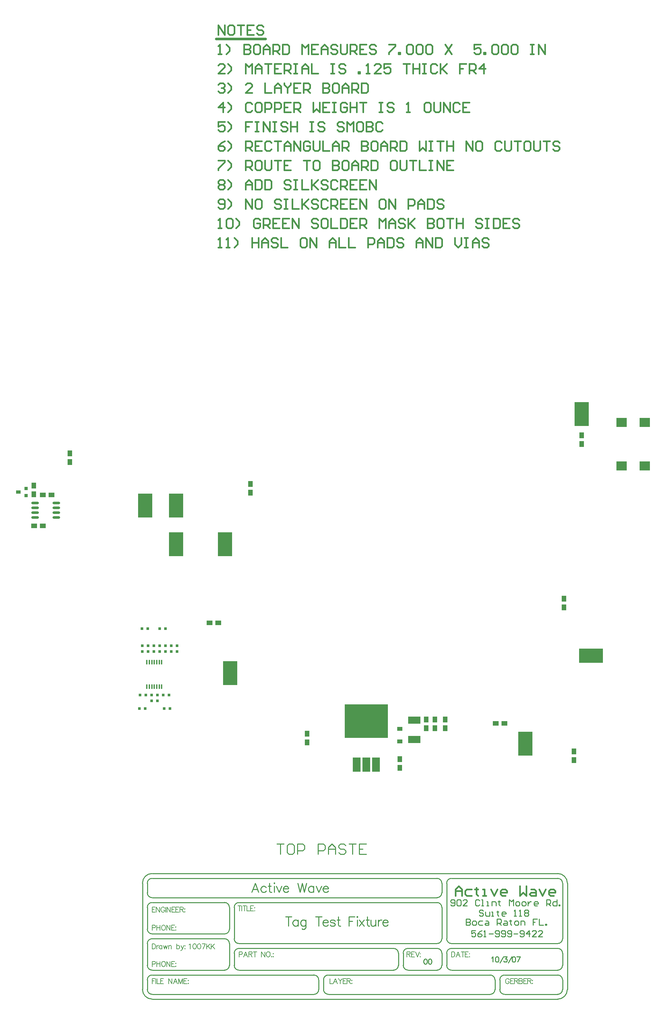
<source format=gtp>
%FSLAX24Y24*%
%MOIN*%
G70*
G01*
G75*
G04 Layer_Color=8421504*
%ADD10R,0.2500X0.1500*%
%ADD11R,0.0500X0.0600*%
%ADD12R,0.1500X0.2500*%
%ADD13R,0.0600X0.0500*%
%ADD14R,0.0300X0.0300*%
%ADD15R,0.0300X0.0300*%
%ADD16O,0.0157X0.0472*%
%ADD17O,0.0800X0.0240*%
%ADD18R,0.0360X0.0360*%
%ADD19R,0.0500X0.0360*%
%ADD20R,0.1102X0.0965*%
%ADD21R,0.0550X0.0400*%
%ADD22R,0.1250X0.0750*%
%ADD23R,0.0820X0.1500*%
%ADD24R,0.4500X0.3500*%
%ADD25C,0.0080*%
%ADD26C,0.0200*%
%ADD27C,0.0250*%
%ADD28C,0.0500*%
%ADD29C,0.0350*%
%ADD30C,0.0100*%
%ADD31C,0.0400*%
%ADD32C,0.0300*%
%ADD33C,0.0780*%
%ADD34C,0.0150*%
%ADD35C,0.1080*%
%ADD36C,0.0090*%
%ADD37C,0.0050*%
%ADD38C,0.1100*%
%ADD39C,0.1000*%
%ADD40C,0.1600*%
%ADD41O,0.0830X0.1100*%
%ADD42C,0.1500*%
%ADD43C,0.0620*%
%ADD44R,0.2500X0.1500*%
%ADD45C,0.1800*%
%ADD46R,0.0620X0.0620*%
%ADD47C,0.0600*%
%ADD48R,0.0620X0.0620*%
%ADD49C,0.0669*%
%ADD50C,0.0630*%
%ADD51C,0.3250*%
%ADD52C,0.1000*%
%ADD53C,0.0120*%
D10*
X35000Y2600D02*
D03*
D11*
X19900Y-4900D02*
D03*
Y-4000D02*
D03*
X18850D02*
D03*
Y-4900D02*
D03*
X17950Y-4000D02*
D03*
Y-4900D02*
D03*
X15200Y-9000D02*
D03*
Y-8100D02*
D03*
X-18950Y22650D02*
D03*
Y23550D02*
D03*
X33250Y-8200D02*
D03*
Y-7300D02*
D03*
X5600Y-5450D02*
D03*
Y-6350D02*
D03*
X-270Y20380D02*
D03*
Y19480D02*
D03*
X-22700Y19300D02*
D03*
Y20200D02*
D03*
X32200Y7600D02*
D03*
Y8500D02*
D03*
X34050Y25400D02*
D03*
Y24500D02*
D03*
D12*
X28200Y-6500D02*
D03*
X-11160Y18150D02*
D03*
X-2350Y800D02*
D03*
X-7950Y18150D02*
D03*
X-2900Y14150D02*
D03*
X-7950D02*
D03*
X34050Y27600D02*
D03*
D13*
X26050Y-4400D02*
D03*
X25150D02*
D03*
X-21750Y19250D02*
D03*
X-20850D02*
D03*
X-22650Y16050D02*
D03*
X-21750D02*
D03*
X-3600Y6000D02*
D03*
X-4500D02*
D03*
D14*
X-8600Y-2850D02*
D03*
X-9200D02*
D03*
X-8700Y-1450D02*
D03*
X-11700D02*
D03*
X-10900Y5400D02*
D03*
X-11500D02*
D03*
X-9300Y-1450D02*
D03*
X-11100D02*
D03*
X-11750Y-2850D02*
D03*
X-11150D02*
D03*
X-9050Y5400D02*
D03*
X-9650D02*
D03*
D15*
Y3650D02*
D03*
X-10850D02*
D03*
X-9650Y3050D02*
D03*
X-10850D02*
D03*
X-11450Y3650D02*
D03*
Y3050D02*
D03*
X-9900Y-2050D02*
D03*
Y-1450D02*
D03*
X-10500Y-2050D02*
D03*
Y-1450D02*
D03*
X-9050Y3650D02*
D03*
Y3050D02*
D03*
X-10250D02*
D03*
Y3650D02*
D03*
X-8450D02*
D03*
Y3050D02*
D03*
X-7850D02*
D03*
Y3650D02*
D03*
D16*
X-9450Y-570D02*
D03*
X-9706D02*
D03*
X-9962D02*
D03*
X-10474D02*
D03*
X-10730D02*
D03*
X-10985D02*
D03*
Y1950D02*
D03*
X-10730D02*
D03*
X-10474D02*
D03*
X-10218D02*
D03*
X-9962D02*
D03*
X-9706D02*
D03*
X-9450D02*
D03*
X-10218Y-570D02*
D03*
D17*
X-22550Y16900D02*
D03*
Y17400D02*
D03*
Y17900D02*
D03*
Y18400D02*
D03*
X-20350D02*
D03*
Y17900D02*
D03*
Y17400D02*
D03*
Y16900D02*
D03*
D18*
X-23500Y19925D02*
D03*
Y19175D02*
D03*
D19*
X-24300Y19555D02*
D03*
D20*
X40581Y22256D02*
D03*
X38180D02*
D03*
X40581Y26744D02*
D03*
X38180D02*
D03*
D21*
X15200Y-4950D02*
D03*
Y-6250D02*
D03*
D22*
X16700Y-4050D02*
D03*
Y-6050D02*
D03*
D23*
X11750Y-8650D02*
D03*
X10750D02*
D03*
X12750D02*
D03*
D24*
X11750Y-4150D02*
D03*
D25*
X-6611Y-27291D02*
X-6560Y-27265D01*
X-6484Y-27189D01*
Y-27722D01*
X-6068Y-27189D02*
X-6144Y-27215D01*
X-6195Y-27291D01*
X-6220Y-27418D01*
Y-27494D01*
X-6195Y-27621D01*
X-6144Y-27697D01*
X-6068Y-27722D01*
X-6017D01*
X-5941Y-27697D01*
X-5890Y-27621D01*
X-5865Y-27494D01*
Y-27418D01*
X-5890Y-27291D01*
X-5941Y-27215D01*
X-6017Y-27189D01*
X-6068D01*
X-5593D02*
X-5669Y-27215D01*
X-5720Y-27291D01*
X-5745Y-27418D01*
Y-27494D01*
X-5720Y-27621D01*
X-5669Y-27697D01*
X-5593Y-27722D01*
X-5542D01*
X-5466Y-27697D01*
X-5415Y-27621D01*
X-5390Y-27494D01*
Y-27418D01*
X-5415Y-27291D01*
X-5466Y-27215D01*
X-5542Y-27189D01*
X-5593D01*
X-4915D02*
X-5169Y-27722D01*
X-5270Y-27189D02*
X-4915D01*
X-4796D02*
Y-27722D01*
X-4440Y-27189D02*
X-4796Y-27545D01*
X-4669Y-27418D02*
X-4440Y-27722D01*
X-4321Y-27189D02*
Y-27722D01*
X-3965Y-27189D02*
X-4321Y-27545D01*
X-4194Y-27418D02*
X-3965Y-27722D01*
D27*
X-3794Y66405D02*
X1306D01*
D30*
X2487Y-16847D02*
X3198D01*
X2842D01*
Y-17913D01*
X4086Y-16847D02*
X3731D01*
X3553Y-17024D01*
Y-17735D01*
X3731Y-17913D01*
X4086D01*
X4264Y-17735D01*
Y-17024D01*
X4086Y-16847D01*
X4620Y-17913D02*
Y-16847D01*
X5153D01*
X5330Y-17024D01*
Y-17380D01*
X5153Y-17558D01*
X4620D01*
X6752Y-17913D02*
Y-16847D01*
X7285D01*
X7463Y-17024D01*
Y-17380D01*
X7285Y-17558D01*
X6752D01*
X7819Y-17913D02*
Y-17202D01*
X8174Y-16847D01*
X8529Y-17202D01*
Y-17913D01*
Y-17380D01*
X7819D01*
X9596Y-17024D02*
X9418Y-16847D01*
X9063D01*
X8885Y-17024D01*
Y-17202D01*
X9063Y-17380D01*
X9418D01*
X9596Y-17558D01*
Y-17735D01*
X9418Y-17913D01*
X9063D01*
X8885Y-17735D01*
X9951Y-16847D02*
X10662D01*
X10307D01*
Y-17913D01*
X11728Y-16847D02*
X11017D01*
Y-17913D01*
X11728D01*
X11017Y-17380D02*
X11373D01*
X6809Y-30912D02*
G03*
X6309Y-30412I-500J0D01*
G01*
X6321Y-32412D02*
G03*
X6809Y-31915I8J480D01*
G01*
X7809Y-30412D02*
G03*
X7309Y-30912I0J-500D01*
G01*
Y-31912D02*
G03*
X7800Y-32412I500J0D01*
G01*
X25059Y-30912D02*
G03*
X24559Y-30412I-500J0D01*
G01*
X24571Y-32412D02*
G03*
X25059Y-31915I8J480D01*
G01*
X25559Y-31922D02*
G03*
X26058Y-32412I490J0D01*
G01*
X26059Y-30412D02*
G03*
X25559Y-30912I0J-500D01*
G01*
X-2441Y-23402D02*
G03*
X-2931Y-22912I-490J0D01*
G01*
X-2921Y-26162D02*
G03*
X-2441Y-25682I0J480D01*
G01*
Y-27152D02*
G03*
X-2948Y-26662I-490J0D01*
G01*
X-1941Y-26672D02*
G03*
X-1451Y-27162I490J0D01*
G01*
X-1941Y-29422D02*
G03*
X-1451Y-29912I490J0D01*
G01*
X-2931D02*
G03*
X-2441Y-29422I0J490D01*
G01*
X15059Y-28152D02*
G03*
X14569Y-27662I-490J0D01*
G01*
Y-29912D02*
G03*
X15059Y-29413I0J490D01*
G01*
X15559Y-29402D02*
G03*
X16060Y-29912I510J0D01*
G01*
X16039Y-27662D02*
G03*
X15560Y-28167I0J-480D01*
G01*
X-1441Y-27662D02*
G03*
X-1941Y-28162I0J-500D01*
G01*
X-1441Y-22912D02*
G03*
X-1941Y-23412I0J-500D01*
G01*
X-10941Y-29412D02*
G03*
X-10450Y-29912I500J0D01*
G01*
X-10441Y-26662D02*
G03*
X-10941Y-27162I0J-500D01*
G01*
Y-25662D02*
G03*
X-10441Y-26162I500J0D01*
G01*
Y-22912D02*
G03*
X-10941Y-23412I0J-500D01*
G01*
Y-21912D02*
G03*
X-10441Y-22412I500J0D01*
G01*
Y-20412D02*
G03*
X-10941Y-20912I0J-500D01*
G01*
X19559D02*
G03*
X19059Y-20412I-500J0D01*
G01*
X20559D02*
G03*
X20059Y-20912I0J-500D01*
G01*
X19059Y-22412D02*
G03*
X19559Y-21912I0J500D01*
G01*
Y-23412D02*
G03*
X19059Y-22912I-500J0D01*
G01*
X-10441Y-30412D02*
G03*
X-10941Y-30912I0J-500D01*
G01*
X19068Y-27162D02*
G03*
X19559Y-26662I-9J500D01*
G01*
X-10941Y-31912D02*
G03*
X-10450Y-32412I500J0D01*
G01*
X19559Y-28152D02*
G03*
X19069Y-27662I-490J0D01*
G01*
X20059Y-29422D02*
G03*
X20558Y-29912I490J0D01*
G01*
X19059Y-29912D02*
G03*
X19559Y-29412I0J500D01*
G01*
X31559Y-32412D02*
G03*
X32059Y-31912I0J500D01*
G01*
X32059Y-30903D02*
G03*
X31559Y-30412I-500J-9D01*
G01*
Y-29912D02*
G03*
X32059Y-29412I0J500D01*
G01*
Y-20902D02*
G03*
X31552Y-20412I-490J0D01*
G01*
X32559Y-20912D02*
G03*
X31559Y-19912I-1000J0D01*
G01*
Y-32912D02*
G03*
X32559Y-31912I0J1000D01*
G01*
X-11441Y-31902D02*
G03*
X-10448Y-32912I1010J0D01*
G01*
X-10441Y-19912D02*
G03*
X-11441Y-20912I0J-1000D01*
G01*
X20059Y-26662D02*
G03*
X20559Y-27162I500J0D01*
G01*
X31559D02*
G03*
X32059Y-26662I0J500D01*
G01*
X20559Y-27662D02*
G03*
X20059Y-28162I0J-500D01*
G01*
X32059Y-28152D02*
G03*
X31569Y-27662I-490J0D01*
G01*
X7809Y-32412D02*
X24559D01*
X-10441D02*
X6309D01*
X-10441Y-30412D02*
X6309D01*
X7809D02*
X24559D01*
X26059Y-32412D02*
X31559D01*
X26059Y-30412D02*
X31559D01*
X-10441Y-20412D02*
X19059D01*
X-10441Y-32912D02*
X31559D01*
X-10441Y-19912D02*
X31559D01*
X-10441Y-29912D02*
X-2941D01*
X-10441Y-26662D02*
X-2941D01*
X-10441Y-26162D02*
X-2941D01*
X-10441Y-22912D02*
X-2941D01*
X-10441Y-22412D02*
X19059D01*
X-1441Y-22912D02*
X19059D01*
X-1441Y-27662D02*
X14559D01*
X-1441Y-29912D02*
X14559D01*
X16059D02*
X19059D01*
X16059Y-27662D02*
X19059D01*
X20559Y-29912D02*
X31559D01*
X20559Y-20412D02*
X31559D01*
X-1441Y-27162D02*
X19059D01*
X20559D02*
X31559D01*
X20559Y-27662D02*
X31559D01*
X6809Y-31912D02*
Y-30912D01*
X7309Y-31912D02*
Y-30912D01*
X25059Y-31912D02*
Y-30912D01*
X25559Y-31912D02*
Y-30912D01*
X32559Y-31912D02*
Y-20912D01*
X-10941Y-29412D02*
Y-27162D01*
X-2441Y-29412D02*
Y-27162D01*
X-10941Y-25662D02*
Y-23412D01*
X-2441Y-25662D02*
Y-23412D01*
X-10941Y-21912D02*
Y-20912D01*
X19559Y-21912D02*
Y-20912D01*
Y-26662D02*
Y-23412D01*
X-1941Y-26662D02*
Y-23412D01*
X15059Y-29412D02*
Y-28162D01*
X-1941Y-29412D02*
Y-28162D01*
X15559Y-29412D02*
Y-28162D01*
X19559Y-29412D02*
Y-28162D01*
X32059Y-31912D02*
Y-30912D01*
X-10941Y-31912D02*
Y-30912D01*
X-11441Y-31912D02*
Y-20912D01*
X20059Y-26662D02*
Y-20912D01*
X32059Y-26662D02*
Y-20912D01*
X20059Y-29412D02*
Y-28162D01*
X32059Y-29412D02*
Y-28152D01*
X22075Y-24619D02*
Y-25259D01*
X22395D01*
X22502Y-25152D01*
Y-25046D01*
X22395Y-24939D01*
X22075D01*
X22395D01*
X22502Y-24832D01*
Y-24726D01*
X22395Y-24619D01*
X22075D01*
X22822Y-25259D02*
X23035D01*
X23142Y-25152D01*
Y-24939D01*
X23035Y-24832D01*
X22822D01*
X22715Y-24939D01*
Y-25152D01*
X22822Y-25259D01*
X23781Y-24832D02*
X23461D01*
X23355Y-24939D01*
Y-25152D01*
X23461Y-25259D01*
X23781D01*
X24101Y-24832D02*
X24314D01*
X24421Y-24939D01*
Y-25259D01*
X24101D01*
X23995Y-25152D01*
X24101Y-25046D01*
X24421D01*
X25274Y-25259D02*
Y-24619D01*
X25594D01*
X25701Y-24726D01*
Y-24939D01*
X25594Y-25046D01*
X25274D01*
X25487D02*
X25701Y-25259D01*
X26021Y-24832D02*
X26234D01*
X26341Y-24939D01*
Y-25259D01*
X26021D01*
X25914Y-25152D01*
X26021Y-25046D01*
X26341D01*
X26660Y-24726D02*
Y-24832D01*
X26554D01*
X26767D01*
X26660D01*
Y-25152D01*
X26767Y-25259D01*
X27194D02*
X27407D01*
X27513Y-25152D01*
Y-24939D01*
X27407Y-24832D01*
X27194D01*
X27087Y-24939D01*
Y-25152D01*
X27194Y-25259D01*
X27727D02*
Y-24832D01*
X28047D01*
X28153Y-24939D01*
Y-25259D01*
X29433Y-24619D02*
X29006D01*
Y-24939D01*
X29220D01*
X29006D01*
Y-25259D01*
X29646Y-24619D02*
Y-25259D01*
X30073D01*
X30286D02*
Y-25152D01*
X30393D01*
Y-25259D01*
X30286D01*
X20475Y-23152D02*
X20582Y-23259D01*
X20795D01*
X20902Y-23152D01*
Y-22726D01*
X20795Y-22619D01*
X20582D01*
X20475Y-22726D01*
Y-22832D01*
X20582Y-22939D01*
X20902D01*
X21115Y-22726D02*
X21222Y-22619D01*
X21435D01*
X21542Y-22726D01*
Y-23152D01*
X21435Y-23259D01*
X21222D01*
X21115Y-23152D01*
Y-22726D01*
X22181Y-23259D02*
X21755D01*
X22181Y-22832D01*
Y-22726D01*
X22075Y-22619D01*
X21861D01*
X21755Y-22726D01*
X23461D02*
X23354Y-22619D01*
X23141D01*
X23034Y-22726D01*
Y-23152D01*
X23141Y-23259D01*
X23354D01*
X23461Y-23152D01*
X23674Y-23259D02*
X23887D01*
X23781D01*
Y-22619D01*
X23674D01*
X24207Y-23259D02*
X24421D01*
X24314D01*
Y-22832D01*
X24207D01*
X24741Y-23259D02*
Y-22832D01*
X25060D01*
X25167Y-22939D01*
Y-23259D01*
X25487Y-22726D02*
Y-22832D01*
X25380D01*
X25594D01*
X25487D01*
Y-23152D01*
X25594Y-23259D01*
X26553D02*
Y-22619D01*
X26767Y-22832D01*
X26980Y-22619D01*
Y-23259D01*
X27300D02*
X27513D01*
X27620Y-23152D01*
Y-22939D01*
X27513Y-22832D01*
X27300D01*
X27193Y-22939D01*
Y-23152D01*
X27300Y-23259D01*
X27939D02*
X28153D01*
X28259Y-23152D01*
Y-22939D01*
X28153Y-22832D01*
X27939D01*
X27833Y-22939D01*
Y-23152D01*
X27939Y-23259D01*
X28473Y-22832D02*
Y-23259D01*
Y-23046D01*
X28579Y-22939D01*
X28686Y-22832D01*
X28793D01*
X29432Y-23259D02*
X29219D01*
X29112Y-23152D01*
Y-22939D01*
X29219Y-22832D01*
X29432D01*
X29539Y-22939D01*
Y-23046D01*
X29112D01*
X30392Y-23259D02*
Y-22619D01*
X30712D01*
X30819Y-22726D01*
Y-22939D01*
X30712Y-23046D01*
X30392D01*
X30605D02*
X30819Y-23259D01*
X31458Y-22619D02*
Y-23259D01*
X31138D01*
X31032Y-23152D01*
Y-22939D01*
X31138Y-22832D01*
X31458D01*
X31672Y-23259D02*
Y-23152D01*
X31778D01*
Y-23259D01*
X31672D01*
X23052Y-25819D02*
X22625D01*
Y-26139D01*
X22838Y-26032D01*
X22945D01*
X23052Y-26139D01*
Y-26352D01*
X22945Y-26459D01*
X22732D01*
X22625Y-26352D01*
X23692Y-25819D02*
X23478Y-25926D01*
X23265Y-26139D01*
Y-26352D01*
X23372Y-26459D01*
X23585D01*
X23692Y-26352D01*
Y-26246D01*
X23585Y-26139D01*
X23265D01*
X23905Y-26459D02*
X24118D01*
X24011D01*
Y-25819D01*
X23905Y-25926D01*
X24438Y-26139D02*
X24864D01*
X25078Y-26352D02*
X25184Y-26459D01*
X25398D01*
X25504Y-26352D01*
Y-25926D01*
X25398Y-25819D01*
X25184D01*
X25078Y-25926D01*
Y-26032D01*
X25184Y-26139D01*
X25504D01*
X25718Y-26352D02*
X25824Y-26459D01*
X26037D01*
X26144Y-26352D01*
Y-25926D01*
X26037Y-25819D01*
X25824D01*
X25718Y-25926D01*
Y-26032D01*
X25824Y-26139D01*
X26144D01*
X26357Y-26352D02*
X26464Y-26459D01*
X26677D01*
X26784Y-26352D01*
Y-25926D01*
X26677Y-25819D01*
X26464D01*
X26357Y-25926D01*
Y-26032D01*
X26464Y-26139D01*
X26784D01*
X26997D02*
X27424D01*
X27637Y-26352D02*
X27744Y-26459D01*
X27957D01*
X28063Y-26352D01*
Y-25926D01*
X27957Y-25819D01*
X27744D01*
X27637Y-25926D01*
Y-26032D01*
X27744Y-26139D01*
X28063D01*
X28597Y-26459D02*
Y-25819D01*
X28277Y-26139D01*
X28703D01*
X29343Y-26459D02*
X28917D01*
X29343Y-26032D01*
Y-25926D01*
X29236Y-25819D01*
X29023D01*
X28917Y-25926D01*
X29983Y-26459D02*
X29556D01*
X29983Y-26032D01*
Y-25926D01*
X29876Y-25819D01*
X29663D01*
X29556Y-25926D01*
X23852Y-23776D02*
X23745Y-23669D01*
X23532D01*
X23425Y-23776D01*
Y-23882D01*
X23532Y-23989D01*
X23745D01*
X23852Y-24096D01*
Y-24202D01*
X23745Y-24309D01*
X23532D01*
X23425Y-24202D01*
X24065Y-23882D02*
Y-24202D01*
X24172Y-24309D01*
X24492D01*
Y-23882D01*
X24705Y-24309D02*
X24918D01*
X24811D01*
Y-23882D01*
X24705D01*
X25345Y-23776D02*
Y-23882D01*
X25238D01*
X25451D01*
X25345D01*
Y-24202D01*
X25451Y-24309D01*
X26091D02*
X25878D01*
X25771Y-24202D01*
Y-23989D01*
X25878Y-23882D01*
X26091D01*
X26198Y-23989D01*
Y-24096D01*
X25771D01*
X27051Y-24309D02*
X27264D01*
X27157D01*
Y-23669D01*
X27051Y-23776D01*
X27584Y-24309D02*
X27797D01*
X27691D01*
Y-23669D01*
X27584Y-23776D01*
X28117D02*
X28224Y-23669D01*
X28437D01*
X28544Y-23776D01*
Y-23882D01*
X28437Y-23989D01*
X28544Y-24096D01*
Y-24202D01*
X28437Y-24309D01*
X28224D01*
X28117Y-24202D01*
Y-24096D01*
X28224Y-23989D01*
X28117Y-23882D01*
Y-23776D01*
X28224Y-23989D02*
X28437D01*
D34*
X20975Y-22209D02*
Y-21543D01*
X21308Y-21209D01*
X21642Y-21543D01*
Y-22209D01*
Y-21709D01*
X20975D01*
X22641Y-21543D02*
X22142D01*
X21975Y-21709D01*
Y-22042D01*
X22142Y-22209D01*
X22641D01*
X23141Y-21376D02*
Y-21543D01*
X22975D01*
X23308D01*
X23141D01*
Y-22042D01*
X23308Y-22209D01*
X23808D02*
X24141D01*
X23974D01*
Y-21543D01*
X23808D01*
X24641D02*
X24974Y-22209D01*
X25307Y-21543D01*
X26140Y-22209D02*
X25807D01*
X25640Y-22042D01*
Y-21709D01*
X25807Y-21543D01*
X26140D01*
X26307Y-21709D01*
Y-21876D01*
X25640D01*
X27640Y-21209D02*
Y-22209D01*
X27973Y-21876D01*
X28306Y-22209D01*
Y-21209D01*
X28806Y-21543D02*
X29139D01*
X29306Y-21709D01*
Y-22209D01*
X28806D01*
X28639Y-22042D01*
X28806Y-21876D01*
X29306D01*
X29639Y-21543D02*
X29972Y-22209D01*
X30306Y-21543D01*
X31139Y-22209D02*
X30805D01*
X30639Y-22042D01*
Y-21709D01*
X30805Y-21543D01*
X31139D01*
X31305Y-21709D01*
Y-21876D01*
X30639D01*
X-3594Y44855D02*
X-3261D01*
X-3427D01*
Y45855D01*
X-3594Y45688D01*
X-2761Y44855D02*
X-2428D01*
X-2594D01*
Y45855D01*
X-2761Y45688D01*
X-1928Y44855D02*
X-1595Y45188D01*
Y45521D01*
X-1928Y45855D01*
X-95D02*
Y44855D01*
Y45355D01*
X571D01*
Y45855D01*
Y44855D01*
X905D02*
Y45521D01*
X1238Y45855D01*
X1571Y45521D01*
Y44855D01*
Y45355D01*
X905D01*
X2571Y45688D02*
X2404Y45855D01*
X2071D01*
X1904Y45688D01*
Y45521D01*
X2071Y45355D01*
X2404D01*
X2571Y45188D01*
Y45022D01*
X2404Y44855D01*
X2071D01*
X1904Y45022D01*
X2904Y45855D02*
Y44855D01*
X3570D01*
X5403Y45855D02*
X5070D01*
X4903Y45688D01*
Y45022D01*
X5070Y44855D01*
X5403D01*
X5570Y45022D01*
Y45688D01*
X5403Y45855D01*
X5903Y44855D02*
Y45855D01*
X6569Y44855D01*
Y45855D01*
X7902Y44855D02*
Y45521D01*
X8235Y45855D01*
X8569Y45521D01*
Y44855D01*
Y45355D01*
X7902D01*
X8902Y45855D02*
Y44855D01*
X9568D01*
X9902Y45855D02*
Y44855D01*
X10568D01*
X11901D02*
Y45855D01*
X12401D01*
X12567Y45688D01*
Y45355D01*
X12401Y45188D01*
X11901D01*
X12901Y44855D02*
Y45521D01*
X13234Y45855D01*
X13567Y45521D01*
Y44855D01*
Y45355D01*
X12901D01*
X13900Y45855D02*
Y44855D01*
X14400D01*
X14567Y45022D01*
Y45688D01*
X14400Y45855D01*
X13900D01*
X15566Y45688D02*
X15400Y45855D01*
X15067D01*
X14900Y45688D01*
Y45521D01*
X15067Y45355D01*
X15400D01*
X15566Y45188D01*
Y45022D01*
X15400Y44855D01*
X15067D01*
X14900Y45022D01*
X16899Y44855D02*
Y45521D01*
X17233Y45855D01*
X17566Y45521D01*
Y44855D01*
Y45355D01*
X16899D01*
X17899Y44855D02*
Y45855D01*
X18565Y44855D01*
Y45855D01*
X18899D02*
Y44855D01*
X19399D01*
X19565Y45022D01*
Y45688D01*
X19399Y45855D01*
X18899D01*
X20898D02*
Y45188D01*
X21231Y44855D01*
X21565Y45188D01*
Y45855D01*
X21898D02*
X22231D01*
X22064D01*
Y44855D01*
X21898D01*
X22231D01*
X22731D02*
Y45521D01*
X23064Y45855D01*
X23397Y45521D01*
Y44855D01*
Y45355D01*
X22731D01*
X24397Y45688D02*
X24230Y45855D01*
X23897D01*
X23730Y45688D01*
Y45521D01*
X23897Y45355D01*
X24230D01*
X24397Y45188D01*
Y45022D01*
X24230Y44855D01*
X23897D01*
X23730Y45022D01*
X-2928Y62855D02*
X-3594D01*
X-2928Y63521D01*
Y63688D01*
X-3094Y63855D01*
X-3427D01*
X-3594Y63688D01*
X-2594Y62855D02*
X-2261Y63188D01*
Y63521D01*
X-2594Y63855D01*
X-762Y62855D02*
Y63855D01*
X-428Y63521D01*
X-95Y63855D01*
Y62855D01*
X238D02*
Y63521D01*
X571Y63855D01*
X905Y63521D01*
Y62855D01*
Y63355D01*
X238D01*
X1238Y63855D02*
X1904D01*
X1571D01*
Y62855D01*
X2904Y63855D02*
X2237D01*
Y62855D01*
X2904D01*
X2237Y63355D02*
X2571D01*
X3237Y62855D02*
Y63855D01*
X3737D01*
X3904Y63688D01*
Y63355D01*
X3737Y63188D01*
X3237D01*
X3570D02*
X3904Y62855D01*
X4237Y63855D02*
X4570D01*
X4403D01*
Y62855D01*
X4237D01*
X4570D01*
X5070D02*
Y63521D01*
X5403Y63855D01*
X5736Y63521D01*
Y62855D01*
Y63355D01*
X5070D01*
X6069Y63855D02*
Y62855D01*
X6736D01*
X8069Y63855D02*
X8402D01*
X8235D01*
Y62855D01*
X8069D01*
X8402D01*
X9568Y63688D02*
X9402Y63855D01*
X9069D01*
X8902Y63688D01*
Y63521D01*
X9069Y63355D01*
X9402D01*
X9568Y63188D01*
Y63022D01*
X9402Y62855D01*
X9069D01*
X8902Y63022D01*
X10901Y62855D02*
Y63022D01*
X11068D01*
Y62855D01*
X10901D01*
X11734D02*
X12068D01*
X11901D01*
Y63855D01*
X11734Y63688D01*
X13234Y62855D02*
X12567D01*
X13234Y63521D01*
Y63688D01*
X13067Y63855D01*
X12734D01*
X12567Y63688D01*
X14234Y63855D02*
X13567D01*
Y63355D01*
X13900Y63521D01*
X14067D01*
X14234Y63355D01*
Y63022D01*
X14067Y62855D01*
X13734D01*
X13567Y63022D01*
X15566Y63855D02*
X16233D01*
X15900D01*
Y62855D01*
X16566Y63855D02*
Y62855D01*
Y63355D01*
X17233D01*
Y63855D01*
Y62855D01*
X17566Y63855D02*
X17899D01*
X17732D01*
Y62855D01*
X17566D01*
X17899D01*
X19065Y63688D02*
X18899Y63855D01*
X18565D01*
X18399Y63688D01*
Y63022D01*
X18565Y62855D01*
X18899D01*
X19065Y63022D01*
X19399Y63855D02*
Y62855D01*
Y63188D01*
X20065Y63855D01*
X19565Y63355D01*
X20065Y62855D01*
X22064Y63855D02*
X21398D01*
Y63355D01*
X21731D01*
X21398D01*
Y62855D01*
X22398D02*
Y63855D01*
X22897D01*
X23064Y63688D01*
Y63355D01*
X22897Y63188D01*
X22398D01*
X22731D02*
X23064Y62855D01*
X23897D02*
Y63855D01*
X23397Y63355D01*
X24064D01*
X-3594Y49022D02*
X-3427Y48855D01*
X-3094D01*
X-2928Y49022D01*
Y49688D01*
X-3094Y49855D01*
X-3427D01*
X-3594Y49688D01*
Y49521D01*
X-3427Y49355D01*
X-2928D01*
X-2594Y48855D02*
X-2261Y49188D01*
Y49521D01*
X-2594Y49855D01*
X-762Y48855D02*
Y49855D01*
X-95Y48855D01*
Y49855D01*
X738D02*
X405D01*
X238Y49688D01*
Y49022D01*
X405Y48855D01*
X738D01*
X905Y49022D01*
Y49688D01*
X738Y49855D01*
X2904Y49688D02*
X2737Y49855D01*
X2404D01*
X2237Y49688D01*
Y49521D01*
X2404Y49355D01*
X2737D01*
X2904Y49188D01*
Y49022D01*
X2737Y48855D01*
X2404D01*
X2237Y49022D01*
X3237Y49855D02*
X3570D01*
X3404D01*
Y48855D01*
X3237D01*
X3570D01*
X4070Y49855D02*
Y48855D01*
X4737D01*
X5070Y49855D02*
Y48855D01*
Y49188D01*
X5736Y49855D01*
X5236Y49355D01*
X5736Y48855D01*
X6736Y49688D02*
X6569Y49855D01*
X6236D01*
X6069Y49688D01*
Y49521D01*
X6236Y49355D01*
X6569D01*
X6736Y49188D01*
Y49022D01*
X6569Y48855D01*
X6236D01*
X6069Y49022D01*
X7736Y49688D02*
X7569Y49855D01*
X7236D01*
X7069Y49688D01*
Y49022D01*
X7236Y48855D01*
X7569D01*
X7736Y49022D01*
X8069Y48855D02*
Y49855D01*
X8569D01*
X8735Y49688D01*
Y49355D01*
X8569Y49188D01*
X8069D01*
X8402D02*
X8735Y48855D01*
X9735Y49855D02*
X9069D01*
Y48855D01*
X9735D01*
X9069Y49355D02*
X9402D01*
X10735Y49855D02*
X10068D01*
Y48855D01*
X10735D01*
X10068Y49355D02*
X10401D01*
X11068Y48855D02*
Y49855D01*
X11734Y48855D01*
Y49855D01*
X13567D02*
X13234D01*
X13067Y49688D01*
Y49022D01*
X13234Y48855D01*
X13567D01*
X13734Y49022D01*
Y49688D01*
X13567Y49855D01*
X14067Y48855D02*
Y49855D01*
X14733Y48855D01*
Y49855D01*
X16066Y48855D02*
Y49855D01*
X16566D01*
X16733Y49688D01*
Y49355D01*
X16566Y49188D01*
X16066D01*
X17066Y48855D02*
Y49521D01*
X17399Y49855D01*
X17732Y49521D01*
Y48855D01*
Y49355D01*
X17066D01*
X18066Y49855D02*
Y48855D01*
X18565D01*
X18732Y49022D01*
Y49688D01*
X18565Y49855D01*
X18066D01*
X19732Y49688D02*
X19565Y49855D01*
X19232D01*
X19065Y49688D01*
Y49521D01*
X19232Y49355D01*
X19565D01*
X19732Y49188D01*
Y49022D01*
X19565Y48855D01*
X19232D01*
X19065Y49022D01*
X-3594Y51688D02*
X-3427Y51855D01*
X-3094D01*
X-2928Y51688D01*
Y51521D01*
X-3094Y51355D01*
X-2928Y51188D01*
Y51022D01*
X-3094Y50855D01*
X-3427D01*
X-3594Y51022D01*
Y51188D01*
X-3427Y51355D01*
X-3594Y51521D01*
Y51688D01*
X-3427Y51355D02*
X-3094D01*
X-2594Y50855D02*
X-2261Y51188D01*
Y51521D01*
X-2594Y51855D01*
X-762Y50855D02*
Y51521D01*
X-428Y51855D01*
X-95Y51521D01*
Y50855D01*
Y51355D01*
X-762D01*
X238Y51855D02*
Y50855D01*
X738D01*
X905Y51022D01*
Y51688D01*
X738Y51855D01*
X238D01*
X1238D02*
Y50855D01*
X1738D01*
X1904Y51022D01*
Y51688D01*
X1738Y51855D01*
X1238D01*
X3904Y51688D02*
X3737Y51855D01*
X3404D01*
X3237Y51688D01*
Y51521D01*
X3404Y51355D01*
X3737D01*
X3904Y51188D01*
Y51022D01*
X3737Y50855D01*
X3404D01*
X3237Y51022D01*
X4237Y51855D02*
X4570D01*
X4403D01*
Y50855D01*
X4237D01*
X4570D01*
X5070Y51855D02*
Y50855D01*
X5736D01*
X6069Y51855D02*
Y50855D01*
Y51188D01*
X6736Y51855D01*
X6236Y51355D01*
X6736Y50855D01*
X7736Y51688D02*
X7569Y51855D01*
X7236D01*
X7069Y51688D01*
Y51521D01*
X7236Y51355D01*
X7569D01*
X7736Y51188D01*
Y51022D01*
X7569Y50855D01*
X7236D01*
X7069Y51022D01*
X8735Y51688D02*
X8569Y51855D01*
X8235D01*
X8069Y51688D01*
Y51022D01*
X8235Y50855D01*
X8569D01*
X8735Y51022D01*
X9069Y50855D02*
Y51855D01*
X9568D01*
X9735Y51688D01*
Y51355D01*
X9568Y51188D01*
X9069D01*
X9402D02*
X9735Y50855D01*
X10735Y51855D02*
X10068D01*
Y50855D01*
X10735D01*
X10068Y51355D02*
X10401D01*
X11734Y51855D02*
X11068D01*
Y50855D01*
X11734D01*
X11068Y51355D02*
X11401D01*
X12068Y50855D02*
Y51855D01*
X12734Y50855D01*
Y51855D01*
X-3594Y53855D02*
X-2928D01*
Y53688D01*
X-3594Y53022D01*
Y52855D01*
X-2594D02*
X-2261Y53188D01*
Y53521D01*
X-2594Y53855D01*
X-762Y52855D02*
Y53855D01*
X-262D01*
X-95Y53688D01*
Y53355D01*
X-262Y53188D01*
X-762D01*
X-428D02*
X-95Y52855D01*
X738Y53855D02*
X405D01*
X238Y53688D01*
Y53022D01*
X405Y52855D01*
X738D01*
X905Y53022D01*
Y53688D01*
X738Y53855D01*
X1238D02*
Y53022D01*
X1404Y52855D01*
X1738D01*
X1904Y53022D01*
Y53855D01*
X2237D02*
X2904D01*
X2571D01*
Y52855D01*
X3904Y53855D02*
X3237D01*
Y52855D01*
X3904D01*
X3237Y53355D02*
X3570D01*
X5236Y53855D02*
X5903D01*
X5570D01*
Y52855D01*
X6736Y53855D02*
X6403D01*
X6236Y53688D01*
Y53022D01*
X6403Y52855D01*
X6736D01*
X6903Y53022D01*
Y53688D01*
X6736Y53855D01*
X8235D02*
Y52855D01*
X8735D01*
X8902Y53022D01*
Y53188D01*
X8735Y53355D01*
X8235D01*
X8735D01*
X8902Y53521D01*
Y53688D01*
X8735Y53855D01*
X8235D01*
X9735D02*
X9402D01*
X9235Y53688D01*
Y53022D01*
X9402Y52855D01*
X9735D01*
X9902Y53022D01*
Y53688D01*
X9735Y53855D01*
X10235Y52855D02*
Y53521D01*
X10568Y53855D01*
X10901Y53521D01*
Y52855D01*
Y53355D01*
X10235D01*
X11235Y52855D02*
Y53855D01*
X11734D01*
X11901Y53688D01*
Y53355D01*
X11734Y53188D01*
X11235D01*
X11568D02*
X11901Y52855D01*
X12234Y53855D02*
Y52855D01*
X12734D01*
X12901Y53022D01*
Y53688D01*
X12734Y53855D01*
X12234D01*
X14733D02*
X14400D01*
X14234Y53688D01*
Y53022D01*
X14400Y52855D01*
X14733D01*
X14900Y53022D01*
Y53688D01*
X14733Y53855D01*
X15233D02*
Y53022D01*
X15400Y52855D01*
X15733D01*
X15900Y53022D01*
Y53855D01*
X16233D02*
X16899D01*
X16566D01*
Y52855D01*
X17233Y53855D02*
Y52855D01*
X17899D01*
X18232Y53855D02*
X18565D01*
X18399D01*
Y52855D01*
X18232D01*
X18565D01*
X19065D02*
Y53855D01*
X19732Y52855D01*
Y53855D01*
X20731D02*
X20065D01*
Y52855D01*
X20731D01*
X20065Y53355D02*
X20398D01*
X-2928Y55855D02*
X-3261Y55688D01*
X-3594Y55355D01*
Y55022D01*
X-3427Y54855D01*
X-3094D01*
X-2928Y55022D01*
Y55188D01*
X-3094Y55355D01*
X-3594D01*
X-2594Y54855D02*
X-2261Y55188D01*
Y55521D01*
X-2594Y55855D01*
X-762Y54855D02*
Y55855D01*
X-262D01*
X-95Y55688D01*
Y55355D01*
X-262Y55188D01*
X-762D01*
X-428D02*
X-95Y54855D01*
X905Y55855D02*
X238D01*
Y54855D01*
X905D01*
X238Y55355D02*
X571D01*
X1904Y55688D02*
X1738Y55855D01*
X1404D01*
X1238Y55688D01*
Y55022D01*
X1404Y54855D01*
X1738D01*
X1904Y55022D01*
X2237Y55855D02*
X2904D01*
X2571D01*
Y54855D01*
X3237D02*
Y55521D01*
X3570Y55855D01*
X3904Y55521D01*
Y54855D01*
Y55355D01*
X3237D01*
X4237Y54855D02*
Y55855D01*
X4903Y54855D01*
Y55855D01*
X5903Y55688D02*
X5736Y55855D01*
X5403D01*
X5236Y55688D01*
Y55022D01*
X5403Y54855D01*
X5736D01*
X5903Y55022D01*
Y55355D01*
X5570D01*
X6236Y55855D02*
Y55022D01*
X6403Y54855D01*
X6736D01*
X6903Y55022D01*
Y55855D01*
X7236D02*
Y54855D01*
X7902D01*
X8235D02*
Y55521D01*
X8569Y55855D01*
X8902Y55521D01*
Y54855D01*
Y55355D01*
X8235D01*
X9235Y54855D02*
Y55855D01*
X9735D01*
X9902Y55688D01*
Y55355D01*
X9735Y55188D01*
X9235D01*
X9568D02*
X9902Y54855D01*
X11235Y55855D02*
Y54855D01*
X11734D01*
X11901Y55022D01*
Y55188D01*
X11734Y55355D01*
X11235D01*
X11734D01*
X11901Y55521D01*
Y55688D01*
X11734Y55855D01*
X11235D01*
X12734D02*
X12401D01*
X12234Y55688D01*
Y55022D01*
X12401Y54855D01*
X12734D01*
X12901Y55022D01*
Y55688D01*
X12734Y55855D01*
X13234Y54855D02*
Y55521D01*
X13567Y55855D01*
X13900Y55521D01*
Y54855D01*
Y55355D01*
X13234D01*
X14234Y54855D02*
Y55855D01*
X14733D01*
X14900Y55688D01*
Y55355D01*
X14733Y55188D01*
X14234D01*
X14567D02*
X14900Y54855D01*
X15233Y55855D02*
Y54855D01*
X15733D01*
X15900Y55022D01*
Y55688D01*
X15733Y55855D01*
X15233D01*
X17233D02*
Y54855D01*
X17566Y55188D01*
X17899Y54855D01*
Y55855D01*
X18232D02*
X18565D01*
X18399D01*
Y54855D01*
X18232D01*
X18565D01*
X19065Y55855D02*
X19732D01*
X19399D01*
Y54855D01*
X20065Y55855D02*
Y54855D01*
Y55355D01*
X20731D01*
Y55855D01*
Y54855D01*
X22064D02*
Y55855D01*
X22731Y54855D01*
Y55855D01*
X23564D02*
X23231D01*
X23064Y55688D01*
Y55022D01*
X23231Y54855D01*
X23564D01*
X23730Y55022D01*
Y55688D01*
X23564Y55855D01*
X25730Y55688D02*
X25563Y55855D01*
X25230D01*
X25063Y55688D01*
Y55022D01*
X25230Y54855D01*
X25563D01*
X25730Y55022D01*
X26063Y55855D02*
Y55022D01*
X26230Y54855D01*
X26563D01*
X26730Y55022D01*
Y55855D01*
X27063D02*
X27729D01*
X27396D01*
Y54855D01*
X28562Y55855D02*
X28229D01*
X28062Y55688D01*
Y55022D01*
X28229Y54855D01*
X28562D01*
X28729Y55022D01*
Y55688D01*
X28562Y55855D01*
X29062D02*
Y55022D01*
X29229Y54855D01*
X29562D01*
X29729Y55022D01*
Y55855D01*
X30062D02*
X30728D01*
X30395D01*
Y54855D01*
X31728Y55688D02*
X31561Y55855D01*
X31228D01*
X31061Y55688D01*
Y55521D01*
X31228Y55355D01*
X31561D01*
X31728Y55188D01*
Y55022D01*
X31561Y54855D01*
X31228D01*
X31061Y55022D01*
X-2928Y57855D02*
X-3594D01*
Y57355D01*
X-3261Y57521D01*
X-3094D01*
X-2928Y57355D01*
Y57022D01*
X-3094Y56855D01*
X-3427D01*
X-3594Y57022D01*
X-2594Y56855D02*
X-2261Y57188D01*
Y57521D01*
X-2594Y57855D01*
X-95D02*
X-762D01*
Y57355D01*
X-428D01*
X-762D01*
Y56855D01*
X238Y57855D02*
X571D01*
X405D01*
Y56855D01*
X238D01*
X571D01*
X1071D02*
Y57855D01*
X1738Y56855D01*
Y57855D01*
X2071D02*
X2404D01*
X2237D01*
Y56855D01*
X2071D01*
X2404D01*
X3570Y57688D02*
X3404Y57855D01*
X3070D01*
X2904Y57688D01*
Y57521D01*
X3070Y57355D01*
X3404D01*
X3570Y57188D01*
Y57022D01*
X3404Y56855D01*
X3070D01*
X2904Y57022D01*
X3904Y57855D02*
Y56855D01*
Y57355D01*
X4570D01*
Y57855D01*
Y56855D01*
X5903Y57855D02*
X6236D01*
X6069D01*
Y56855D01*
X5903D01*
X6236D01*
X7402Y57688D02*
X7236Y57855D01*
X6903D01*
X6736Y57688D01*
Y57521D01*
X6903Y57355D01*
X7236D01*
X7402Y57188D01*
Y57022D01*
X7236Y56855D01*
X6903D01*
X6736Y57022D01*
X9402Y57688D02*
X9235Y57855D01*
X8902D01*
X8735Y57688D01*
Y57521D01*
X8902Y57355D01*
X9235D01*
X9402Y57188D01*
Y57022D01*
X9235Y56855D01*
X8902D01*
X8735Y57022D01*
X9735Y56855D02*
Y57855D01*
X10068Y57521D01*
X10401Y57855D01*
Y56855D01*
X11235Y57855D02*
X10901D01*
X10735Y57688D01*
Y57022D01*
X10901Y56855D01*
X11235D01*
X11401Y57022D01*
Y57688D01*
X11235Y57855D01*
X11734D02*
Y56855D01*
X12234D01*
X12401Y57022D01*
Y57188D01*
X12234Y57355D01*
X11734D01*
X12234D01*
X12401Y57521D01*
Y57688D01*
X12234Y57855D01*
X11734D01*
X13400Y57688D02*
X13234Y57855D01*
X12901D01*
X12734Y57688D01*
Y57022D01*
X12901Y56855D01*
X13234D01*
X13400Y57022D01*
X-3094Y58855D02*
Y59855D01*
X-3594Y59355D01*
X-2928D01*
X-2594Y58855D02*
X-2261Y59188D01*
Y59521D01*
X-2594Y59855D01*
X-95Y59688D02*
X-262Y59855D01*
X-595D01*
X-762Y59688D01*
Y59022D01*
X-595Y58855D01*
X-262D01*
X-95Y59022D01*
X738Y59855D02*
X405D01*
X238Y59688D01*
Y59022D01*
X405Y58855D01*
X738D01*
X905Y59022D01*
Y59688D01*
X738Y59855D01*
X1238Y58855D02*
Y59855D01*
X1738D01*
X1904Y59688D01*
Y59355D01*
X1738Y59188D01*
X1238D01*
X2237Y58855D02*
Y59855D01*
X2737D01*
X2904Y59688D01*
Y59355D01*
X2737Y59188D01*
X2237D01*
X3904Y59855D02*
X3237D01*
Y58855D01*
X3904D01*
X3237Y59355D02*
X3570D01*
X4237Y58855D02*
Y59855D01*
X4737D01*
X4903Y59688D01*
Y59355D01*
X4737Y59188D01*
X4237D01*
X4570D02*
X4903Y58855D01*
X6236Y59855D02*
Y58855D01*
X6569Y59188D01*
X6903Y58855D01*
Y59855D01*
X7902D02*
X7236D01*
Y58855D01*
X7902D01*
X7236Y59355D02*
X7569D01*
X8235Y59855D02*
X8569D01*
X8402D01*
Y58855D01*
X8235D01*
X8569D01*
X9735Y59688D02*
X9568Y59855D01*
X9235D01*
X9069Y59688D01*
Y59022D01*
X9235Y58855D01*
X9568D01*
X9735Y59022D01*
Y59355D01*
X9402D01*
X10068Y59855D02*
Y58855D01*
Y59355D01*
X10735D01*
Y59855D01*
Y58855D01*
X11068Y59855D02*
X11734D01*
X11401D01*
Y58855D01*
X13067Y59855D02*
X13400D01*
X13234D01*
Y58855D01*
X13067D01*
X13400D01*
X14567Y59688D02*
X14400Y59855D01*
X14067D01*
X13900Y59688D01*
Y59521D01*
X14067Y59355D01*
X14400D01*
X14567Y59188D01*
Y59022D01*
X14400Y58855D01*
X14067D01*
X13900Y59022D01*
X15900Y58855D02*
X16233D01*
X16066D01*
Y59855D01*
X15900Y59688D01*
X18232Y59855D02*
X17899D01*
X17732Y59688D01*
Y59022D01*
X17899Y58855D01*
X18232D01*
X18399Y59022D01*
Y59688D01*
X18232Y59855D01*
X18732D02*
Y59022D01*
X18899Y58855D01*
X19232D01*
X19399Y59022D01*
Y59855D01*
X19732Y58855D02*
Y59855D01*
X20398Y58855D01*
Y59855D01*
X21398Y59688D02*
X21231Y59855D01*
X20898D01*
X20731Y59688D01*
Y59022D01*
X20898Y58855D01*
X21231D01*
X21398Y59022D01*
X22398Y59855D02*
X21731D01*
Y58855D01*
X22398D01*
X21731Y59355D02*
X22064D01*
X-3594Y61688D02*
X-3427Y61855D01*
X-3094D01*
X-2928Y61688D01*
Y61521D01*
X-3094Y61355D01*
X-3261D01*
X-3094D01*
X-2928Y61188D01*
Y61022D01*
X-3094Y60855D01*
X-3427D01*
X-3594Y61022D01*
X-2594Y60855D02*
X-2261Y61188D01*
Y61521D01*
X-2594Y61855D01*
X-95Y60855D02*
X-762D01*
X-95Y61521D01*
Y61688D01*
X-262Y61855D01*
X-595D01*
X-762Y61688D01*
X1238Y61855D02*
Y60855D01*
X1904D01*
X2237D02*
Y61521D01*
X2571Y61855D01*
X2904Y61521D01*
Y60855D01*
Y61355D01*
X2237D01*
X3237Y61855D02*
Y61688D01*
X3570Y61355D01*
X3904Y61688D01*
Y61855D01*
X3570Y61355D02*
Y60855D01*
X4903Y61855D02*
X4237D01*
Y60855D01*
X4903D01*
X4237Y61355D02*
X4570D01*
X5236Y60855D02*
Y61855D01*
X5736D01*
X5903Y61688D01*
Y61355D01*
X5736Y61188D01*
X5236D01*
X5570D02*
X5903Y60855D01*
X7236Y61855D02*
Y60855D01*
X7736D01*
X7902Y61022D01*
Y61188D01*
X7736Y61355D01*
X7236D01*
X7736D01*
X7902Y61521D01*
Y61688D01*
X7736Y61855D01*
X7236D01*
X8735D02*
X8402D01*
X8235Y61688D01*
Y61022D01*
X8402Y60855D01*
X8735D01*
X8902Y61022D01*
Y61688D01*
X8735Y61855D01*
X9235Y60855D02*
Y61521D01*
X9568Y61855D01*
X9902Y61521D01*
Y60855D01*
Y61355D01*
X9235D01*
X10235Y60855D02*
Y61855D01*
X10735D01*
X10901Y61688D01*
Y61355D01*
X10735Y61188D01*
X10235D01*
X10568D02*
X10901Y60855D01*
X11235Y61855D02*
Y60855D01*
X11734D01*
X11901Y61022D01*
Y61688D01*
X11734Y61855D01*
X11235D01*
X-3594Y46855D02*
X-3261D01*
X-3427D01*
Y47855D01*
X-3594Y47688D01*
X-2761D02*
X-2594Y47855D01*
X-2261D01*
X-2095Y47688D01*
Y47022D01*
X-2261Y46855D01*
X-2594D01*
X-2761Y47022D01*
Y47688D01*
X-1761Y46855D02*
X-1428Y47188D01*
Y47521D01*
X-1761Y47855D01*
X738Y47688D02*
X571Y47855D01*
X238D01*
X71Y47688D01*
Y47022D01*
X238Y46855D01*
X571D01*
X738Y47022D01*
Y47355D01*
X405D01*
X1071Y46855D02*
Y47855D01*
X1571D01*
X1738Y47688D01*
Y47355D01*
X1571Y47188D01*
X1071D01*
X1404D02*
X1738Y46855D01*
X2737Y47855D02*
X2071D01*
Y46855D01*
X2737D01*
X2071Y47355D02*
X2404D01*
X3737Y47855D02*
X3070D01*
Y46855D01*
X3737D01*
X3070Y47355D02*
X3404D01*
X4070Y46855D02*
Y47855D01*
X4737Y46855D01*
Y47855D01*
X6736Y47688D02*
X6569Y47855D01*
X6236D01*
X6069Y47688D01*
Y47521D01*
X6236Y47355D01*
X6569D01*
X6736Y47188D01*
Y47022D01*
X6569Y46855D01*
X6236D01*
X6069Y47022D01*
X7569Y47855D02*
X7236D01*
X7069Y47688D01*
Y47022D01*
X7236Y46855D01*
X7569D01*
X7736Y47022D01*
Y47688D01*
X7569Y47855D01*
X8069D02*
Y46855D01*
X8735D01*
X9069Y47855D02*
Y46855D01*
X9568D01*
X9735Y47022D01*
Y47688D01*
X9568Y47855D01*
X9069D01*
X10735D02*
X10068D01*
Y46855D01*
X10735D01*
X10068Y47355D02*
X10401D01*
X11068Y46855D02*
Y47855D01*
X11568D01*
X11734Y47688D01*
Y47355D01*
X11568Y47188D01*
X11068D01*
X11401D02*
X11734Y46855D01*
X13067D02*
Y47855D01*
X13400Y47521D01*
X13734Y47855D01*
Y46855D01*
X14067D02*
Y47521D01*
X14400Y47855D01*
X14733Y47521D01*
Y46855D01*
Y47355D01*
X14067D01*
X15733Y47688D02*
X15566Y47855D01*
X15233D01*
X15067Y47688D01*
Y47521D01*
X15233Y47355D01*
X15566D01*
X15733Y47188D01*
Y47022D01*
X15566Y46855D01*
X15233D01*
X15067Y47022D01*
X16066Y47855D02*
Y46855D01*
Y47188D01*
X16733Y47855D01*
X16233Y47355D01*
X16733Y46855D01*
X18066Y47855D02*
Y46855D01*
X18565D01*
X18732Y47022D01*
Y47188D01*
X18565Y47355D01*
X18066D01*
X18565D01*
X18732Y47521D01*
Y47688D01*
X18565Y47855D01*
X18066D01*
X19565D02*
X19232D01*
X19065Y47688D01*
Y47022D01*
X19232Y46855D01*
X19565D01*
X19732Y47022D01*
Y47688D01*
X19565Y47855D01*
X20065D02*
X20731D01*
X20398D01*
Y46855D01*
X21065Y47855D02*
Y46855D01*
Y47355D01*
X21731D01*
Y47855D01*
Y46855D01*
X23730Y47688D02*
X23564Y47855D01*
X23231D01*
X23064Y47688D01*
Y47521D01*
X23231Y47355D01*
X23564D01*
X23730Y47188D01*
Y47022D01*
X23564Y46855D01*
X23231D01*
X23064Y47022D01*
X24064Y47855D02*
X24397D01*
X24230D01*
Y46855D01*
X24064D01*
X24397D01*
X24897Y47855D02*
Y46855D01*
X25397D01*
X25563Y47022D01*
Y47688D01*
X25397Y47855D01*
X24897D01*
X26563D02*
X25896D01*
Y46855D01*
X26563D01*
X25896Y47355D02*
X26230D01*
X27563Y47688D02*
X27396Y47855D01*
X27063D01*
X26896Y47688D01*
Y47521D01*
X27063Y47355D01*
X27396D01*
X27563Y47188D01*
Y47022D01*
X27396Y46855D01*
X27063D01*
X26896Y47022D01*
X-3594Y66855D02*
Y67855D01*
X-2928Y66855D01*
Y67855D01*
X-2095D02*
X-2428D01*
X-2594Y67688D01*
Y67022D01*
X-2428Y66855D01*
X-2095D01*
X-1928Y67022D01*
Y67688D01*
X-2095Y67855D01*
X-1595D02*
X-928D01*
X-1261D01*
Y66855D01*
X71Y67855D02*
X-595D01*
Y66855D01*
X71D01*
X-595Y67355D02*
X-262D01*
X1071Y67688D02*
X905Y67855D01*
X571D01*
X405Y67688D01*
Y67521D01*
X571Y67355D01*
X905D01*
X1071Y67188D01*
Y67022D01*
X905Y66855D01*
X571D01*
X405Y67022D01*
X-3594Y64855D02*
X-3261D01*
X-3427D01*
Y65855D01*
X-3594Y65688D01*
X-2761Y64855D02*
X-2428Y65188D01*
Y65521D01*
X-2761Y65855D01*
X-928D02*
Y64855D01*
X-428D01*
X-262Y65022D01*
Y65188D01*
X-428Y65355D01*
X-928D01*
X-428D01*
X-262Y65521D01*
Y65688D01*
X-428Y65855D01*
X-928D01*
X571D02*
X238D01*
X71Y65688D01*
Y65022D01*
X238Y64855D01*
X571D01*
X738Y65022D01*
Y65688D01*
X571Y65855D01*
X1071Y64855D02*
Y65521D01*
X1404Y65855D01*
X1738Y65521D01*
Y64855D01*
Y65355D01*
X1071D01*
X2071Y64855D02*
Y65855D01*
X2571D01*
X2737Y65688D01*
Y65355D01*
X2571Y65188D01*
X2071D01*
X2404D02*
X2737Y64855D01*
X3070Y65855D02*
Y64855D01*
X3570D01*
X3737Y65022D01*
Y65688D01*
X3570Y65855D01*
X3070D01*
X5070Y64855D02*
Y65855D01*
X5403Y65521D01*
X5736Y65855D01*
Y64855D01*
X6736Y65855D02*
X6069D01*
Y64855D01*
X6736D01*
X6069Y65355D02*
X6403D01*
X7069Y64855D02*
Y65521D01*
X7402Y65855D01*
X7736Y65521D01*
Y64855D01*
Y65355D01*
X7069D01*
X8735Y65688D02*
X8569Y65855D01*
X8235D01*
X8069Y65688D01*
Y65521D01*
X8235Y65355D01*
X8569D01*
X8735Y65188D01*
Y65022D01*
X8569Y64855D01*
X8235D01*
X8069Y65022D01*
X9069Y65855D02*
Y65022D01*
X9235Y64855D01*
X9568D01*
X9735Y65022D01*
Y65855D01*
X10068Y64855D02*
Y65855D01*
X10568D01*
X10735Y65688D01*
Y65355D01*
X10568Y65188D01*
X10068D01*
X10401D02*
X10735Y64855D01*
X11734Y65855D02*
X11068D01*
Y64855D01*
X11734D01*
X11068Y65355D02*
X11401D01*
X12734Y65688D02*
X12567Y65855D01*
X12234D01*
X12068Y65688D01*
Y65521D01*
X12234Y65355D01*
X12567D01*
X12734Y65188D01*
Y65022D01*
X12567Y64855D01*
X12234D01*
X12068Y65022D01*
X14067Y65855D02*
X14733D01*
Y65688D01*
X14067Y65022D01*
Y64855D01*
X15067D02*
Y65022D01*
X15233D01*
Y64855D01*
X15067D01*
X15900Y65688D02*
X16066Y65855D01*
X16400D01*
X16566Y65688D01*
Y65022D01*
X16400Y64855D01*
X16066D01*
X15900Y65022D01*
Y65688D01*
X16899D02*
X17066Y65855D01*
X17399D01*
X17566Y65688D01*
Y65022D01*
X17399Y64855D01*
X17066D01*
X16899Y65022D01*
Y65688D01*
X17899D02*
X18066Y65855D01*
X18399D01*
X18565Y65688D01*
Y65022D01*
X18399Y64855D01*
X18066D01*
X17899Y65022D01*
Y65688D01*
X19898Y65855D02*
X20565Y64855D01*
Y65855D02*
X19898Y64855D01*
X23564Y65855D02*
X22897D01*
Y65355D01*
X23231Y65521D01*
X23397D01*
X23564Y65355D01*
Y65022D01*
X23397Y64855D01*
X23064D01*
X22897Y65022D01*
X23897Y64855D02*
Y65022D01*
X24064D01*
Y64855D01*
X23897D01*
X24730Y65688D02*
X24897Y65855D01*
X25230D01*
X25397Y65688D01*
Y65022D01*
X25230Y64855D01*
X24897D01*
X24730Y65022D01*
Y65688D01*
X25730D02*
X25896Y65855D01*
X26230D01*
X26396Y65688D01*
Y65022D01*
X26230Y64855D01*
X25896D01*
X25730Y65022D01*
Y65688D01*
X26730D02*
X26896Y65855D01*
X27229D01*
X27396Y65688D01*
Y65022D01*
X27229Y64855D01*
X26896D01*
X26730Y65022D01*
Y65688D01*
X28729Y65855D02*
X29062D01*
X28895D01*
Y64855D01*
X28729D01*
X29062D01*
X29562D02*
Y65855D01*
X30228Y64855D01*
Y65855D01*
D36*
X3690Y-24390D02*
Y-25350D01*
X3370Y-24390D02*
X4010D01*
X4673Y-24710D02*
Y-25350D01*
Y-24847D02*
X4581Y-24756D01*
X4490Y-24710D01*
X4353D01*
X4261Y-24756D01*
X4170Y-24847D01*
X4124Y-24984D01*
Y-25076D01*
X4170Y-25213D01*
X4261Y-25304D01*
X4353Y-25350D01*
X4490D01*
X4581Y-25304D01*
X4673Y-25213D01*
X5477Y-24710D02*
Y-25441D01*
X5431Y-25579D01*
X5386Y-25624D01*
X5294Y-25670D01*
X5157D01*
X5066Y-25624D01*
X5477Y-24847D02*
X5386Y-24756D01*
X5294Y-24710D01*
X5157D01*
X5066Y-24756D01*
X4974Y-24847D01*
X4929Y-24984D01*
Y-25076D01*
X4974Y-25213D01*
X5066Y-25304D01*
X5157Y-25350D01*
X5294D01*
X5386Y-25304D01*
X5477Y-25213D01*
X6807Y-24390D02*
Y-25350D01*
X6487Y-24390D02*
X7127D01*
X7241Y-24984D02*
X7790D01*
Y-24893D01*
X7744Y-24802D01*
X7698Y-24756D01*
X7607Y-24710D01*
X7470D01*
X7378Y-24756D01*
X7287Y-24847D01*
X7241Y-24984D01*
Y-25076D01*
X7287Y-25213D01*
X7378Y-25304D01*
X7470Y-25350D01*
X7607D01*
X7698Y-25304D01*
X7790Y-25213D01*
X8498Y-24847D02*
X8452Y-24756D01*
X8315Y-24710D01*
X8178D01*
X8041Y-24756D01*
X7995Y-24847D01*
X8041Y-24939D01*
X8132Y-24984D01*
X8361Y-25030D01*
X8452Y-25076D01*
X8498Y-25167D01*
Y-25213D01*
X8452Y-25304D01*
X8315Y-25350D01*
X8178D01*
X8041Y-25304D01*
X7995Y-25213D01*
X8836Y-24390D02*
Y-25167D01*
X8882Y-25304D01*
X8973Y-25350D01*
X9065D01*
X8699Y-24710D02*
X9019D01*
X9956Y-24390D02*
Y-25350D01*
Y-24390D02*
X10550D01*
X9956Y-24847D02*
X10322D01*
X10751Y-24390D02*
X10797Y-24436D01*
X10843Y-24390D01*
X10797Y-24344D01*
X10751Y-24390D01*
X10797Y-24710D02*
Y-25350D01*
X11012Y-24710D02*
X11515Y-25350D01*
Y-24710D02*
X11012Y-25350D01*
X11853Y-24390D02*
Y-25167D01*
X11898Y-25304D01*
X11990Y-25350D01*
X12081D01*
X11716Y-24710D02*
X12036D01*
X12218D02*
Y-25167D01*
X12264Y-25304D01*
X12356Y-25350D01*
X12493D01*
X12584Y-25304D01*
X12721Y-25167D01*
Y-24710D02*
Y-25350D01*
X12973Y-24710D02*
Y-25350D01*
Y-24984D02*
X13018Y-24847D01*
X13110Y-24756D01*
X13201Y-24710D01*
X13338D01*
X13425Y-24984D02*
X13973D01*
Y-24893D01*
X13928Y-24802D01*
X13882Y-24756D01*
X13791Y-24710D01*
X13654D01*
X13562Y-24756D01*
X13471Y-24847D01*
X13425Y-24984D01*
Y-25076D01*
X13471Y-25213D01*
X13562Y-25304D01*
X13654Y-25350D01*
X13791D01*
X13882Y-25304D01*
X13973Y-25213D01*
X590Y-21862D02*
X225Y-20902D01*
X-141Y-21862D01*
X-4Y-21542D02*
X453D01*
X1363Y-21359D02*
X1271Y-21268D01*
X1180Y-21222D01*
X1043D01*
X952Y-21268D01*
X860Y-21359D01*
X814Y-21496D01*
Y-21588D01*
X860Y-21725D01*
X952Y-21816D01*
X1043Y-21862D01*
X1180D01*
X1271Y-21816D01*
X1363Y-21725D01*
X1706Y-20902D02*
Y-21679D01*
X1751Y-21816D01*
X1843Y-21862D01*
X1934D01*
X1569Y-21222D02*
X1888D01*
X2163Y-20902D02*
X2208Y-20948D01*
X2254Y-20902D01*
X2208Y-20856D01*
X2163Y-20902D01*
X2208Y-21222D02*
Y-21862D01*
X2423Y-21222D02*
X2697Y-21862D01*
X2972Y-21222D02*
X2697Y-21862D01*
X3127Y-21496D02*
X3676D01*
Y-21405D01*
X3630Y-21313D01*
X3584Y-21268D01*
X3493Y-21222D01*
X3356D01*
X3264Y-21268D01*
X3173Y-21359D01*
X3127Y-21496D01*
Y-21588D01*
X3173Y-21725D01*
X3264Y-21816D01*
X3356Y-21862D01*
X3493D01*
X3584Y-21816D01*
X3676Y-21725D01*
X4635Y-20902D02*
X4864Y-21862D01*
X5092Y-20902D02*
X4864Y-21862D01*
X5092Y-20902D02*
X5321Y-21862D01*
X5549Y-20902D02*
X5321Y-21862D01*
X6290Y-21222D02*
Y-21862D01*
Y-21359D02*
X6198Y-21268D01*
X6107Y-21222D01*
X5970D01*
X5878Y-21268D01*
X5787Y-21359D01*
X5741Y-21496D01*
Y-21588D01*
X5787Y-21725D01*
X5878Y-21816D01*
X5970Y-21862D01*
X6107D01*
X6198Y-21816D01*
X6290Y-21725D01*
X6546Y-21222D02*
X6820Y-21862D01*
X7094Y-21222D02*
X6820Y-21862D01*
X7250Y-21496D02*
X7798D01*
Y-21405D01*
X7752Y-21313D01*
X7707Y-21268D01*
X7615Y-21222D01*
X7478D01*
X7387Y-21268D01*
X7295Y-21359D01*
X7250Y-21496D01*
Y-21588D01*
X7295Y-21725D01*
X7387Y-21816D01*
X7478Y-21862D01*
X7615D01*
X7707Y-21816D01*
X7798Y-21725D01*
X17837Y-28754D02*
X17760Y-28779D01*
X17710Y-28855D01*
X17684Y-28982D01*
Y-29058D01*
X17710Y-29185D01*
X17760Y-29261D01*
X17837Y-29287D01*
X17887D01*
X17964Y-29261D01*
X18014Y-29185D01*
X18040Y-29058D01*
Y-28982D01*
X18014Y-28855D01*
X17964Y-28779D01*
X17887Y-28754D01*
X17837D01*
X18311D02*
X18235Y-28779D01*
X18184Y-28855D01*
X18159Y-28982D01*
Y-29058D01*
X18184Y-29185D01*
X18235Y-29261D01*
X18311Y-29287D01*
X18362D01*
X18438Y-29261D01*
X18489Y-29185D01*
X18514Y-29058D01*
Y-28982D01*
X18489Y-28855D01*
X18438Y-28779D01*
X18362Y-28754D01*
X18311D01*
X24707Y-28635D02*
X24758Y-28609D01*
X24834Y-28533D01*
Y-29066D01*
X25250Y-28533D02*
X25174Y-28559D01*
X25123Y-28635D01*
X25098Y-28762D01*
Y-28838D01*
X25123Y-28965D01*
X25174Y-29041D01*
X25250Y-29066D01*
X25301D01*
X25377Y-29041D01*
X25428Y-28965D01*
X25453Y-28838D01*
Y-28762D01*
X25428Y-28635D01*
X25377Y-28559D01*
X25301Y-28533D01*
X25250D01*
X25573Y-29143D02*
X25928Y-28533D01*
X26015D02*
X26294D01*
X26142Y-28736D01*
X26218D01*
X26268Y-28762D01*
X26294Y-28787D01*
X26319Y-28863D01*
Y-28914D01*
X26294Y-28990D01*
X26243Y-29041D01*
X26167Y-29066D01*
X26091D01*
X26015Y-29041D01*
X25989Y-29016D01*
X25964Y-28965D01*
X26439Y-29143D02*
X26794Y-28533D01*
X26982D02*
X26906Y-28559D01*
X26855Y-28635D01*
X26830Y-28762D01*
Y-28838D01*
X26855Y-28965D01*
X26906Y-29041D01*
X26982Y-29066D01*
X27033D01*
X27109Y-29041D01*
X27160Y-28965D01*
X27185Y-28838D01*
Y-28762D01*
X27160Y-28635D01*
X27109Y-28559D01*
X27033Y-28533D01*
X26982D01*
X27660D02*
X27406Y-29066D01*
X27304Y-28533D02*
X27660D01*
D37*
X26540Y-30906D02*
X26515Y-30855D01*
X26464Y-30804D01*
X26413Y-30779D01*
X26312D01*
X26261Y-30804D01*
X26210Y-30855D01*
X26185Y-30906D01*
X26159Y-30982D01*
Y-31109D01*
X26185Y-31185D01*
X26210Y-31236D01*
X26261Y-31286D01*
X26312Y-31312D01*
X26413D01*
X26464Y-31286D01*
X26515Y-31236D01*
X26540Y-31185D01*
Y-31109D01*
X26413D02*
X26540D01*
X26992Y-30779D02*
X26662D01*
Y-31312D01*
X26992D01*
X26662Y-31032D02*
X26865D01*
X27081Y-30779D02*
Y-31312D01*
Y-30779D02*
X27309D01*
X27386Y-30804D01*
X27411Y-30829D01*
X27436Y-30880D01*
Y-30931D01*
X27411Y-30982D01*
X27386Y-31007D01*
X27309Y-31032D01*
X27081D01*
X27259D02*
X27436Y-31312D01*
X27556Y-30779D02*
Y-31312D01*
Y-30779D02*
X27784D01*
X27860Y-30804D01*
X27886Y-30829D01*
X27911Y-30880D01*
Y-30931D01*
X27886Y-30982D01*
X27860Y-31007D01*
X27784Y-31032D01*
X27556D02*
X27784D01*
X27860Y-31058D01*
X27886Y-31083D01*
X27911Y-31134D01*
Y-31210D01*
X27886Y-31261D01*
X27860Y-31286D01*
X27784Y-31312D01*
X27556D01*
X28361Y-30779D02*
X28031D01*
Y-31312D01*
X28361D01*
X28031Y-31032D02*
X28234D01*
X28450Y-30779D02*
Y-31312D01*
Y-30779D02*
X28678D01*
X28754Y-30804D01*
X28780Y-30829D01*
X28805Y-30880D01*
Y-30931D01*
X28780Y-30982D01*
X28754Y-31007D01*
X28678Y-31032D01*
X28450D01*
X28627D02*
X28805Y-31312D01*
X28950Y-30956D02*
X28924Y-30982D01*
X28950Y-31007D01*
X28975Y-30982D01*
X28950Y-30956D01*
Y-31261D02*
X28924Y-31286D01*
X28950Y-31312D01*
X28975Y-31286D01*
X28950Y-31261D01*
X-10441Y-30779D02*
Y-31312D01*
Y-30779D02*
X-10111D01*
X-10441Y-31032D02*
X-10238D01*
X-10050Y-30779D02*
Y-31312D01*
X-9938Y-30779D02*
Y-31312D01*
X-9633D01*
X-9245Y-30779D02*
X-9575D01*
Y-31312D01*
X-9245D01*
X-9575Y-31032D02*
X-9372D01*
X-8737Y-30779D02*
Y-31312D01*
Y-30779D02*
X-8382Y-31312D01*
Y-30779D02*
Y-31312D01*
X-7828D02*
X-8031Y-30779D01*
X-8234Y-31312D01*
X-8158Y-31134D02*
X-7904D01*
X-7704Y-30779D02*
Y-31312D01*
Y-30779D02*
X-7500Y-31312D01*
X-7297Y-30779D02*
X-7500Y-31312D01*
X-7297Y-30779D02*
Y-31312D01*
X-6815Y-30779D02*
X-7145D01*
Y-31312D01*
X-6815D01*
X-7145Y-31032D02*
X-6942D01*
X-6701Y-30956D02*
X-6726Y-30982D01*
X-6701Y-31007D01*
X-6675Y-30982D01*
X-6701Y-30956D01*
Y-31261D02*
X-6726Y-31286D01*
X-6701Y-31312D01*
X-6675Y-31286D01*
X-6701Y-31261D01*
X-10441Y-27179D02*
Y-27712D01*
Y-27179D02*
X-10263D01*
X-10187Y-27204D01*
X-10136Y-27255D01*
X-10111Y-27306D01*
X-10085Y-27382D01*
Y-27509D01*
X-10111Y-27585D01*
X-10136Y-27636D01*
X-10187Y-27686D01*
X-10263Y-27712D01*
X-10441D01*
X-9966Y-27356D02*
Y-27712D01*
Y-27509D02*
X-9941Y-27432D01*
X-9890Y-27382D01*
X-9839Y-27356D01*
X-9763D01*
X-9410D02*
Y-27712D01*
Y-27432D02*
X-9461Y-27382D01*
X-9511Y-27356D01*
X-9588D01*
X-9638Y-27382D01*
X-9689Y-27432D01*
X-9715Y-27509D01*
Y-27559D01*
X-9689Y-27636D01*
X-9638Y-27686D01*
X-9588Y-27712D01*
X-9511D01*
X-9461Y-27686D01*
X-9410Y-27636D01*
X-9268Y-27356D02*
X-9166Y-27712D01*
X-9065Y-27356D02*
X-9166Y-27712D01*
X-9065Y-27356D02*
X-8963Y-27712D01*
X-8861Y-27356D02*
X-8963Y-27712D01*
X-8737Y-27356D02*
Y-27712D01*
Y-27458D02*
X-8661Y-27382D01*
X-8610Y-27356D01*
X-8534D01*
X-8483Y-27382D01*
X-8458Y-27458D01*
Y-27712D01*
X-7899Y-27179D02*
Y-27712D01*
Y-27432D02*
X-7848Y-27382D01*
X-7798Y-27356D01*
X-7721D01*
X-7671Y-27382D01*
X-7620Y-27432D01*
X-7594Y-27509D01*
Y-27559D01*
X-7620Y-27636D01*
X-7671Y-27686D01*
X-7721Y-27712D01*
X-7798D01*
X-7848Y-27686D01*
X-7899Y-27636D01*
X-7455Y-27356D02*
X-7302Y-27712D01*
X-7150Y-27356D02*
X-7302Y-27712D01*
X-7353Y-27813D01*
X-7404Y-27864D01*
X-7455Y-27890D01*
X-7480D01*
X-7036Y-27356D02*
X-7061Y-27382D01*
X-7036Y-27407D01*
X-7010Y-27382D01*
X-7036Y-27356D01*
Y-27661D02*
X-7061Y-27686D01*
X-7036Y-27712D01*
X-7010Y-27686D01*
X-7036Y-27661D01*
X-1388Y-23254D02*
Y-23787D01*
X-1566Y-23254D02*
X-1210D01*
X-1147D02*
Y-23787D01*
X-857Y-23254D02*
Y-23787D01*
X-1035Y-23254D02*
X-680D01*
X-616D02*
Y-23787D01*
X-311D01*
X77Y-23254D02*
X-253D01*
Y-23787D01*
X77D01*
X-253Y-23507D02*
X-50D01*
X191Y-23431D02*
X166Y-23457D01*
X191Y-23482D01*
X217Y-23457D01*
X191Y-23431D01*
Y-23736D02*
X166Y-23761D01*
X191Y-23787D01*
X217Y-23761D01*
X191Y-23736D01*
X-1441Y-28283D02*
X-1212D01*
X-1136Y-28257D01*
X-1111Y-28232D01*
X-1085Y-28181D01*
Y-28105D01*
X-1111Y-28054D01*
X-1136Y-28029D01*
X-1212Y-28004D01*
X-1441D01*
Y-28537D01*
X-560D02*
X-763Y-28004D01*
X-966Y-28537D01*
X-890Y-28359D02*
X-636D01*
X-435Y-28004D02*
Y-28537D01*
Y-28004D02*
X-207D01*
X-131Y-28029D01*
X-105Y-28054D01*
X-80Y-28105D01*
Y-28156D01*
X-105Y-28207D01*
X-131Y-28232D01*
X-207Y-28257D01*
X-435D01*
X-258D02*
X-80Y-28537D01*
X217Y-28004D02*
Y-28537D01*
X40Y-28004D02*
X395D01*
X877D02*
Y-28537D01*
Y-28004D02*
X1233Y-28537D01*
Y-28004D02*
Y-28537D01*
X1533Y-28004D02*
X1482Y-28029D01*
X1431Y-28080D01*
X1406Y-28131D01*
X1380Y-28207D01*
Y-28334D01*
X1406Y-28410D01*
X1431Y-28461D01*
X1482Y-28511D01*
X1533Y-28537D01*
X1634D01*
X1685Y-28511D01*
X1736Y-28461D01*
X1761Y-28410D01*
X1786Y-28334D01*
Y-28207D01*
X1761Y-28131D01*
X1736Y-28080D01*
X1685Y-28029D01*
X1634Y-28004D01*
X1533D01*
X1936Y-28486D02*
X1911Y-28511D01*
X1936Y-28537D01*
X1962Y-28511D01*
X1936Y-28486D01*
X2104Y-28181D02*
X2078Y-28207D01*
X2104Y-28232D01*
X2129Y-28207D01*
X2104Y-28181D01*
Y-28486D02*
X2078Y-28511D01*
X2104Y-28537D01*
X2129Y-28511D01*
X2104Y-28486D01*
X-10111Y-23379D02*
X-10441D01*
Y-23912D01*
X-10111D01*
X-10441Y-23632D02*
X-10238D01*
X-10022Y-23379D02*
Y-23912D01*
Y-23379D02*
X-9666Y-23912D01*
Y-23379D02*
Y-23912D01*
X-9138Y-23506D02*
X-9164Y-23455D01*
X-9214Y-23404D01*
X-9265Y-23379D01*
X-9367D01*
X-9418Y-23404D01*
X-9468Y-23455D01*
X-9494Y-23506D01*
X-9519Y-23582D01*
Y-23709D01*
X-9494Y-23785D01*
X-9468Y-23836D01*
X-9418Y-23886D01*
X-9367Y-23912D01*
X-9265D01*
X-9214Y-23886D01*
X-9164Y-23836D01*
X-9138Y-23785D01*
Y-23709D01*
X-9265D02*
X-9138D01*
X-9016Y-23379D02*
Y-23912D01*
X-8905Y-23379D02*
Y-23912D01*
Y-23379D02*
X-8549Y-23912D01*
Y-23379D02*
Y-23912D01*
X-8072Y-23379D02*
X-8402D01*
Y-23912D01*
X-8072D01*
X-8402Y-23632D02*
X-8199D01*
X-7653Y-23379D02*
X-7983D01*
Y-23912D01*
X-7653D01*
X-7983Y-23632D02*
X-7780D01*
X-7564Y-23379D02*
Y-23912D01*
Y-23379D02*
X-7335D01*
X-7259Y-23404D01*
X-7234Y-23429D01*
X-7208Y-23480D01*
Y-23531D01*
X-7234Y-23582D01*
X-7259Y-23607D01*
X-7335Y-23632D01*
X-7564D01*
X-7386D02*
X-7208Y-23912D01*
X-7064Y-23556D02*
X-7089Y-23582D01*
X-7064Y-23607D01*
X-7038Y-23582D01*
X-7064Y-23556D01*
Y-23861D02*
X-7089Y-23886D01*
X-7064Y-23912D01*
X-7038Y-23886D01*
X-7064Y-23861D01*
X7959Y-30779D02*
Y-31312D01*
X8264D01*
X8729D02*
X8525Y-30779D01*
X8322Y-31312D01*
X8398Y-31134D02*
X8652D01*
X8853Y-30779D02*
X9056Y-31032D01*
Y-31312D01*
X9259Y-30779D02*
X9056Y-31032D01*
X9658Y-30779D02*
X9328D01*
Y-31312D01*
X9658D01*
X9328Y-31032D02*
X9531D01*
X9747Y-30779D02*
Y-31312D01*
Y-30779D02*
X9975D01*
X10051Y-30804D01*
X10077Y-30829D01*
X10102Y-30880D01*
Y-30931D01*
X10077Y-30982D01*
X10051Y-31007D01*
X9975Y-31032D01*
X9747D01*
X9924D02*
X10102Y-31312D01*
X10247Y-30956D02*
X10222Y-30982D01*
X10247Y-31007D01*
X10272Y-30982D01*
X10247Y-30956D01*
Y-31261D02*
X10222Y-31286D01*
X10247Y-31312D01*
X10272Y-31286D01*
X10247Y-31261D01*
X-10441Y-29283D02*
X-10212D01*
X-10136Y-29257D01*
X-10111Y-29232D01*
X-10085Y-29181D01*
Y-29105D01*
X-10111Y-29054D01*
X-10136Y-29029D01*
X-10212Y-29004D01*
X-10441D01*
Y-29537D01*
X-9966Y-29004D02*
Y-29537D01*
X-9610Y-29004D02*
Y-29537D01*
X-9966Y-29257D02*
X-9610D01*
X-9311Y-29004D02*
X-9362Y-29029D01*
X-9412Y-29080D01*
X-9438Y-29131D01*
X-9463Y-29207D01*
Y-29334D01*
X-9438Y-29410D01*
X-9412Y-29461D01*
X-9362Y-29511D01*
X-9311Y-29537D01*
X-9209D01*
X-9159Y-29511D01*
X-9108Y-29461D01*
X-9082Y-29410D01*
X-9057Y-29334D01*
Y-29207D01*
X-9082Y-29131D01*
X-9108Y-29080D01*
X-9159Y-29029D01*
X-9209Y-29004D01*
X-9311D01*
X-8933D02*
Y-29537D01*
Y-29004D02*
X-8577Y-29537D01*
Y-29004D02*
Y-29537D01*
X-8100Y-29004D02*
X-8430D01*
Y-29537D01*
X-8100D01*
X-8430Y-29257D02*
X-8227D01*
X-7985Y-29181D02*
X-8011Y-29207D01*
X-7985Y-29232D01*
X-7960Y-29207D01*
X-7985Y-29181D01*
Y-29486D02*
X-8011Y-29511D01*
X-7985Y-29537D01*
X-7960Y-29511D01*
X-7985Y-29486D01*
X-10441Y-25533D02*
X-10212D01*
X-10136Y-25507D01*
X-10111Y-25482D01*
X-10085Y-25431D01*
Y-25355D01*
X-10111Y-25304D01*
X-10136Y-25279D01*
X-10212Y-25254D01*
X-10441D01*
Y-25787D01*
X-9966Y-25254D02*
Y-25787D01*
X-9610Y-25254D02*
Y-25787D01*
X-9966Y-25507D02*
X-9610D01*
X-9311Y-25254D02*
X-9362Y-25279D01*
X-9412Y-25330D01*
X-9438Y-25381D01*
X-9463Y-25457D01*
Y-25584D01*
X-9438Y-25660D01*
X-9412Y-25711D01*
X-9362Y-25761D01*
X-9311Y-25787D01*
X-9209D01*
X-9159Y-25761D01*
X-9108Y-25711D01*
X-9082Y-25660D01*
X-9057Y-25584D01*
Y-25457D01*
X-9082Y-25381D01*
X-9108Y-25330D01*
X-9159Y-25279D01*
X-9209Y-25254D01*
X-9311D01*
X-8933D02*
Y-25787D01*
Y-25254D02*
X-8577Y-25787D01*
Y-25254D02*
Y-25787D01*
X-8100Y-25254D02*
X-8430D01*
Y-25787D01*
X-8100D01*
X-8430Y-25507D02*
X-8227D01*
X-7985Y-25431D02*
X-8011Y-25457D01*
X-7985Y-25482D01*
X-7960Y-25457D01*
X-7985Y-25431D01*
Y-25736D02*
X-8011Y-25761D01*
X-7985Y-25787D01*
X-7960Y-25761D01*
X-7985Y-25736D01*
X15934Y-28004D02*
Y-28537D01*
Y-28004D02*
X16163D01*
X16239Y-28029D01*
X16264Y-28054D01*
X16290Y-28105D01*
Y-28156D01*
X16264Y-28207D01*
X16239Y-28232D01*
X16163Y-28257D01*
X15934D01*
X16112D02*
X16290Y-28537D01*
X16739Y-28004D02*
X16409D01*
Y-28537D01*
X16739D01*
X16409Y-28257D02*
X16612D01*
X16828Y-28004D02*
X17031Y-28537D01*
X17234Y-28004D02*
X17031Y-28537D01*
X17328Y-28181D02*
X17303Y-28207D01*
X17328Y-28232D01*
X17354Y-28207D01*
X17328Y-28181D01*
Y-28486D02*
X17303Y-28511D01*
X17328Y-28537D01*
X17354Y-28511D01*
X17328Y-28486D01*
X20559Y-28004D02*
Y-28537D01*
Y-28004D02*
X20737D01*
X20813Y-28029D01*
X20864Y-28080D01*
X20889Y-28131D01*
X20915Y-28207D01*
Y-28334D01*
X20889Y-28410D01*
X20864Y-28461D01*
X20813Y-28511D01*
X20737Y-28537D01*
X20559D01*
X21440D02*
X21237Y-28004D01*
X21034Y-28537D01*
X21110Y-28359D02*
X21364D01*
X21742Y-28004D02*
Y-28537D01*
X21565Y-28004D02*
X21920D01*
X22314D02*
X21984D01*
Y-28537D01*
X22314D01*
X21984Y-28257D02*
X22187D01*
X22428Y-28181D02*
X22403Y-28207D01*
X22428Y-28232D01*
X22453Y-28207D01*
X22428Y-28181D01*
Y-28486D02*
X22403Y-28511D01*
X22428Y-28537D01*
X22453Y-28511D01*
X22428Y-28486D01*
M02*

</source>
